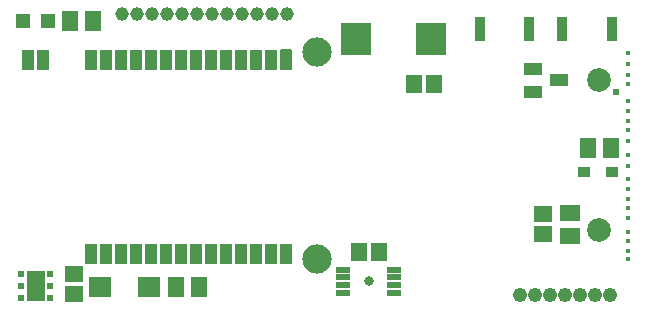
<source format=gbr>
G04 EAGLE Gerber RS-274X export*
G75*
%MOMM*%
%FSLAX34Y34*%
%LPD*%
%INSoldermask Top*%
%IPPOS*%
%AMOC8*
5,1,8,0,0,1.08239X$1,22.5*%
G01*
%ADD10C,0.411763*%
%ADD11C,0.811763*%
%ADD12R,1.051763X1.711763*%
%ADD13C,0.147244*%
%ADD14C,2.016763*%
%ADD15C,2.481763*%
%ADD16R,0.611762X0.611762*%
%ADD17R,1.561763X2.511763*%
%ADD18R,2.661763X2.811762*%
%ADD19R,1.111762X0.911763*%
%ADD20R,1.411763X1.711763*%
%ADD21R,1.711763X1.411763*%
%ADD22R,1.611762X1.411763*%
%ADD23R,0.619762X0.619762*%
%ADD24R,1.911763X1.811763*%
%ADD25R,1.311763X1.311763*%
%ADD26C,1.161763*%
%ADD27R,1.411763X1.611762*%
%ADD28R,0.911763X2.111763*%
%ADD29R,1.311763X0.561763*%
%ADD30R,1.511763X1.111762*%
%ADD31C,1.211763*%


D10*
X531000Y50000D03*
X531000Y57000D03*
X531000Y65000D03*
X531000Y73000D03*
X531000Y85000D03*
X531000Y93000D03*
X531000Y101000D03*
X531000Y109000D03*
X531000Y118000D03*
X531000Y129000D03*
X531000Y138000D03*
X531000Y150000D03*
X531000Y159000D03*
X531000Y167000D03*
X531000Y175000D03*
X531000Y184000D03*
X531000Y198000D03*
X531000Y206000D03*
X531000Y215000D03*
X531000Y224000D03*
D11*
X311000Y31000D03*
D12*
X241166Y54407D03*
X228466Y54407D03*
X215766Y54407D03*
X203066Y54407D03*
X190366Y54407D03*
X177666Y54407D03*
X164966Y54407D03*
X152266Y54407D03*
X139566Y54407D03*
X126866Y54407D03*
X114166Y54407D03*
X101466Y54407D03*
X88766Y54407D03*
D13*
X245689Y210774D02*
X245689Y226420D01*
X245689Y210774D02*
X236643Y210774D01*
X236643Y226420D01*
X245689Y226420D01*
X245689Y212172D02*
X236643Y212172D01*
X236643Y213570D02*
X245689Y213570D01*
X245689Y214968D02*
X236643Y214968D01*
X236643Y216366D02*
X245689Y216366D01*
X245689Y217764D02*
X236643Y217764D01*
X236643Y219162D02*
X245689Y219162D01*
X245689Y220560D02*
X236643Y220560D01*
X236643Y221958D02*
X245689Y221958D01*
X245689Y223356D02*
X236643Y223356D01*
X236643Y224754D02*
X245689Y224754D01*
X245689Y226152D02*
X236643Y226152D01*
D12*
X228466Y218597D03*
X215766Y218597D03*
X203066Y218597D03*
X190366Y218597D03*
X177666Y218597D03*
X164966Y218597D03*
X152266Y218597D03*
X139566Y218597D03*
X126866Y218597D03*
X114166Y218597D03*
X101466Y218597D03*
X88766Y218597D03*
X35166Y218597D03*
X22466Y218597D03*
X76066Y54407D03*
X76066Y218597D03*
D14*
X506000Y201000D03*
X506000Y74000D03*
D15*
X267500Y49850D03*
X267500Y225150D03*
D16*
X16500Y37250D03*
X16500Y27250D03*
X16500Y17250D03*
X41500Y37250D03*
X41500Y27250D03*
X41500Y17250D03*
D17*
X29127Y27266D03*
D18*
X300600Y236000D03*
X364000Y236000D03*
D19*
X516750Y123750D03*
X493750Y123750D03*
D20*
X497000Y143750D03*
X516000Y143750D03*
D21*
X481500Y69750D03*
X481500Y88750D03*
D22*
X459000Y87750D03*
X459000Y70750D03*
D23*
X517750Y143750D03*
X520500Y191250D03*
D24*
X83750Y26000D03*
X124750Y26000D03*
D20*
X167250Y26000D03*
X148250Y26000D03*
X77250Y251250D03*
X58250Y251250D03*
D25*
X39500Y251250D03*
X18500Y251250D03*
D22*
X61750Y37000D03*
X61750Y20000D03*
D26*
X190700Y257000D03*
X203400Y257000D03*
X216100Y257000D03*
X228800Y257000D03*
X241500Y257000D03*
X178000Y257000D03*
X165300Y257000D03*
X152600Y257000D03*
X139900Y257000D03*
X127200Y257000D03*
X114500Y257000D03*
X101800Y257000D03*
D27*
X366500Y198000D03*
X349500Y198000D03*
D28*
X475000Y245000D03*
X517000Y245000D03*
X405000Y245000D03*
X447000Y245000D03*
D29*
X332750Y21250D03*
X332750Y27750D03*
X332750Y34250D03*
X332750Y40750D03*
X289250Y40750D03*
X289250Y34250D03*
X289250Y27750D03*
X289250Y21250D03*
D27*
X302500Y56000D03*
X319500Y56000D03*
D30*
X472000Y201000D03*
X450000Y191500D03*
X450000Y210500D03*
D31*
X464200Y19000D03*
X476900Y19000D03*
X489600Y19000D03*
X502300Y19000D03*
X515000Y19000D03*
X451500Y19000D03*
X438800Y19000D03*
M02*

</source>
